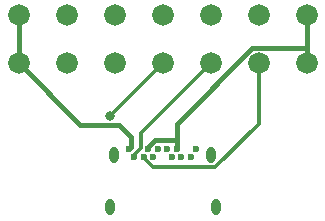
<source format=gbr>
%TF.GenerationSoftware,KiCad,Pcbnew,7.0.5*%
%TF.CreationDate,2024-02-15T12:52:28-05:00*%
%TF.ProjectId,SaberCord_Copy_Male,53616265-7243-46f7-9264-5f436f70795f,rev?*%
%TF.SameCoordinates,Original*%
%TF.FileFunction,Copper,L2,Bot*%
%TF.FilePolarity,Positive*%
%FSLAX46Y46*%
G04 Gerber Fmt 4.6, Leading zero omitted, Abs format (unit mm)*
G04 Created by KiCad (PCBNEW 7.0.5) date 2024-02-15 12:52:28*
%MOMM*%
%LPD*%
G01*
G04 APERTURE LIST*
%TA.AperFunction,ComponentPad*%
%ADD10C,0.600000*%
%TD*%
%TA.AperFunction,ComponentPad*%
%ADD11O,0.800000X1.400000*%
%TD*%
%TA.AperFunction,ComponentPad*%
%ADD12C,1.828800*%
%TD*%
%TA.AperFunction,ViaPad*%
%ADD13C,0.800000*%
%TD*%
%TA.AperFunction,Conductor*%
%ADD14C,0.400000*%
%TD*%
%TA.AperFunction,Conductor*%
%ADD15C,0.300000*%
%TD*%
G04 APERTURE END LIST*
D10*
%TO.P,J2,B1,b1*%
%TO.N,GND*%
X143135000Y-88990000D03*
%TO.P,J2,B2,b2*%
%TO.N,/CAN2_H*%
X142735000Y-89690000D03*
%TO.P,J2,B3,b3*%
%TO.N,/CAN2_L*%
X141935000Y-89690000D03*
%TO.P,J2,B4,b4*%
%TO.N,+12V*%
X141535000Y-88990000D03*
%TO.P,J2,B5,b5*%
%TO.N,unconnected-(J2-b5-PadB5)*%
X141135000Y-89690000D03*
%TO.P,J2,B6,b6*%
%TO.N,unconnected-(J2-b6-PadB6)*%
X140735000Y-88990000D03*
%TO.P,J2,B7,b7*%
%TO.N,unconnected-(J2-b7-PadB7)*%
X139935000Y-88990000D03*
%TO.P,J2,B8,b8*%
%TO.N,/SBU2*%
X139535000Y-89690000D03*
%TO.P,J2,B9,b9*%
%TO.N,+12V*%
X139135000Y-88990000D03*
%TO.P,J2,B10,b10*%
%TO.N,/CAN3_L*%
X138735000Y-89690000D03*
%TO.P,J2,B11,b11*%
%TO.N,/CAN3_H*%
X137935000Y-89690000D03*
%TO.P,J2,B12,b12*%
%TO.N,GND*%
X137535000Y-88990000D03*
D11*
%TO.P,J2,S1*%
%TO.N,N/C*%
X136205000Y-89580000D03*
%TO.P,J2,S2*%
X144465000Y-89580000D03*
%TO.P,J2,S3*%
X135845000Y-93980000D03*
%TO.P,J2,S4*%
X144825000Y-93980000D03*
%TD*%
D12*
%TO.P,J1,1,Pin_1a*%
%TO.N,GND*%
X128143000Y-77724000D03*
%TO.P,J1,2,Pin_2a*%
%TO.N,/CAN0_H*%
X132207000Y-77724000D03*
%TO.P,J1,3,Pin_3a*%
%TO.N,/CAN0_L*%
X136271000Y-77724000D03*
%TO.P,J1,4,Pin_4a*%
%TO.N,/SBU1*%
X140335000Y-77724000D03*
%TO.P,J1,5,Pin_5a*%
%TO.N,/CAN1_L*%
X144399000Y-77724000D03*
%TO.P,J1,6,Pin_6a*%
%TO.N,/CAN1_H*%
X148463000Y-77724000D03*
%TO.P,J1,7,Pin_7a*%
%TO.N,+12V*%
X152527000Y-77724000D03*
%TO.P,J1,8,Pin_1b*%
%TO.N,GND*%
X128143000Y-81788000D03*
%TO.P,J1,9,Pin_2b*%
%TO.N,/CAN2_H*%
X132207000Y-81788000D03*
%TO.P,J1,10,Pin_3b*%
%TO.N,/CAN2_L*%
X136271000Y-81788000D03*
%TO.P,J1,11,Pin_4b*%
%TO.N,/SBU2*%
X140335000Y-81788000D03*
%TO.P,J1,12,Pin_5b*%
%TO.N,/CAN3_H*%
X144399000Y-81788000D03*
%TO.P,J1,13,Pin_6b*%
%TO.N,/CAN3_L*%
X148463000Y-81788000D03*
%TO.P,J1,14,Pin_7b*%
%TO.N,+12V*%
X152527000Y-81788000D03*
%TD*%
D13*
%TO.N,/SBU2*%
X135914900Y-86208200D03*
%TD*%
D14*
%TO.N,+12V*%
X152527000Y-80518000D02*
X152527000Y-77724000D01*
X139135000Y-88840700D02*
X139706500Y-88269200D01*
X152527000Y-81788000D02*
X152527000Y-80518000D01*
X152527000Y-80518000D02*
X147920000Y-80518000D01*
X139135000Y-88990000D02*
X139135000Y-88840700D01*
X147920000Y-80518000D02*
X141535000Y-86903000D01*
X139706500Y-88269200D02*
X141535000Y-88269200D01*
X141535000Y-86903000D02*
X141535000Y-88269200D01*
X141535000Y-88269200D02*
X141535000Y-88990000D01*
%TO.N,GND*%
X128143000Y-77724000D02*
X128143000Y-81788000D01*
X136678600Y-86972500D02*
X137681100Y-87975000D01*
X133327500Y-86972500D02*
X136678600Y-86972500D01*
X137681100Y-87975000D02*
X137681100Y-88843900D01*
X128143000Y-81788000D02*
X133327500Y-86972500D01*
X137681100Y-88843900D02*
X137535000Y-88990000D01*
D15*
%TO.N,/SBU2*%
X140335000Y-81788000D02*
X135914900Y-86208100D01*
X135914900Y-86208100D02*
X135914900Y-86208200D01*
%TO.N,/CAN3_L*%
X144758800Y-90595700D02*
X139525100Y-90595700D01*
X148463000Y-81788000D02*
X148463000Y-86891500D01*
X139525100Y-90595700D02*
X138735000Y-89805600D01*
X148463000Y-86891500D02*
X144758800Y-90595700D01*
X138735000Y-89805600D02*
X138735000Y-89690000D01*
%TO.N,/CAN3_H*%
X137935000Y-89690000D02*
X137935000Y-89540100D01*
X138495800Y-87691200D02*
X144399000Y-81788000D01*
X137935000Y-89540100D02*
X138495800Y-88979300D01*
X138495800Y-88979300D02*
X138495800Y-87691200D01*
%TD*%
M02*

</source>
